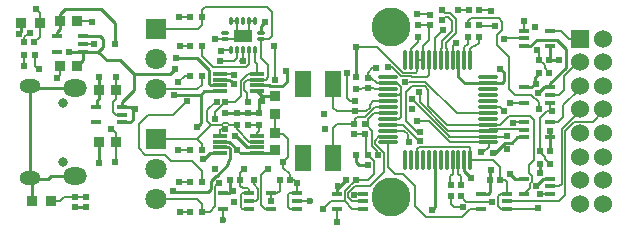
<source format=gbl>
%FSLAX44Y44*%
%MOMM*%
G71*
G01*
G75*
G04 Layer_Physical_Order=4*
G04 Layer_Color=16711680*
%ADD10R,1.3000X0.4500*%
%ADD11R,2.7940X0.7366*%
%ADD12R,0.5000X0.2000*%
%ADD13R,0.7620X0.7620*%
%ADD14R,0.3000X0.3000*%
%ADD15R,0.7620X0.7620*%
%ADD16R,0.6200X0.5700*%
%ADD17C,0.1500*%
%ADD18C,0.2540*%
%ADD19R,1.5240X1.5240*%
%ADD20C,1.5240*%
%ADD21C,0.8000*%
%ADD22O,1.8000X1.1500*%
%ADD23O,2.0000X1.4500*%
%ADD24R,1.8000X1.8000*%
%ADD25C,1.8000*%
%ADD26C,0.6100*%
%ADD27C,0.6000*%
%ADD28R,0.5700X0.6200*%
%ADD29R,0.6000X0.5500*%
%ADD30R,1.4000X2.2000*%
%ADD31O,1.7500X0.3500*%
%ADD32O,0.3500X1.7500*%
%ADD33R,0.8500X0.3500*%
%ADD34R,0.9500X0.9500*%
%ADD35R,0.5500X0.6000*%
%ADD36R,0.9700X0.9600*%
%ADD37R,0.9500X0.9500*%
%ADD38R,1.2500X0.3000*%
%ADD39O,0.3000X0.8000*%
%ADD40O,0.8000X0.3000*%
%ADD41R,1.5000X1.0000*%
%ADD42C,3.3000*%
D16*
X1580250Y1217050D02*
D03*
Y1207450D02*
D03*
X1633000Y1261050D02*
D03*
Y1251450D02*
D03*
X1669480Y1125850D02*
D03*
Y1116250D02*
D03*
X1660730Y1125850D02*
D03*
Y1116250D02*
D03*
X1684750Y1251450D02*
D03*
Y1261050D02*
D03*
X1675250Y1251450D02*
D03*
Y1261050D02*
D03*
X1470000Y1186950D02*
D03*
Y1196550D02*
D03*
X1488833Y1186950D02*
D03*
Y1196550D02*
D03*
X1498250Y1186800D02*
D03*
Y1177200D02*
D03*
X1479417Y1186800D02*
D03*
Y1177200D02*
D03*
D17*
X1659950Y1271350D02*
X1665000Y1266300D01*
Y1255050D02*
Y1266300D01*
X1655900Y1271350D02*
X1659950D01*
X1653500Y1273750D02*
X1655900Y1271350D01*
X1656500Y1242061D02*
X1657250Y1241311D01*
X1656500Y1246550D02*
X1665000Y1255050D01*
X1657250Y1231750D02*
Y1241311D01*
X1656500Y1242061D02*
Y1246550D01*
X1658500Y1267850D02*
X1661500Y1264850D01*
Y1256500D02*
Y1264850D01*
X1655900Y1267850D02*
X1658500D01*
X1653500Y1265450D02*
X1655900Y1267850D01*
X1653000Y1242061D02*
Y1248000D01*
X1661500Y1256500D01*
X1652250Y1241311D02*
X1653000Y1242061D01*
X1652250Y1231750D02*
Y1241311D01*
X1425250Y1185000D02*
X1437250Y1197000D01*
X1411054Y1207202D02*
X1446202D01*
X1376500Y1145750D02*
X1377580Y1146830D01*
X1708500Y1119080D02*
Y1128250D01*
X1706450Y1130300D02*
X1708500Y1128250D01*
X1702240Y1130300D02*
X1706450D01*
X1733730Y1105730D02*
X1734500Y1106500D01*
X1708150Y1105730D02*
X1733730D01*
X1466250Y1173250D02*
X1470000D01*
X1465210Y1172210D02*
X1466250Y1173250D01*
X1465210Y1167750D02*
Y1172210D01*
X1473240Y1177180D02*
X1479397D01*
X1472100Y1178320D02*
X1473240Y1177180D01*
X1467900Y1178320D02*
X1472100D01*
X1466760Y1177180D02*
X1467900Y1178320D01*
X1457970Y1177180D02*
X1466760D01*
X1479417Y1173583D02*
X1490250Y1162750D01*
X1479417Y1173583D02*
Y1177200D01*
X1728167Y1127660D02*
X1728167D01*
X1727849Y1127342D02*
X1728167Y1127660D01*
X1727849Y1123199D02*
Y1127342D01*
X1729350Y1128843D02*
Y1134017D01*
X1728167Y1127660D02*
X1729350Y1128843D01*
X1723080Y1118430D02*
X1727849Y1123199D01*
X1663500Y1107250D02*
X1671000D01*
X1660730Y1110020D02*
X1663500Y1107250D01*
X1660730Y1110020D02*
Y1116250D01*
X1727250Y1136117D02*
Y1142750D01*
Y1136117D02*
X1729350Y1134017D01*
X1727250Y1142750D02*
X1731250Y1146750D01*
Y1181000D01*
X1727750Y1184500D02*
X1731250Y1181000D01*
X1745558Y1189058D02*
X1746585D01*
X1745500Y1189000D02*
X1745558Y1189058D01*
X1742250Y1189000D02*
X1745500D01*
X1728830Y1202500D02*
X1735250Y1196080D01*
Y1190750D02*
Y1196080D01*
X1715000Y1202500D02*
X1728830D01*
X1693000Y1173000D02*
X1722327D01*
X1692000Y1172000D02*
X1693000Y1173000D01*
X1708083Y1166833D02*
Y1167557D01*
X1708000Y1166750D02*
X1708083Y1166833D01*
X1692000Y1162000D02*
X1693000Y1161000D01*
Y1158500D02*
Y1161000D01*
X1688000Y1153500D02*
X1693000Y1158500D01*
X1686500Y1153500D02*
X1688000D01*
X1756750Y1218500D02*
X1768250Y1230000D01*
X1756750Y1206750D02*
Y1218500D01*
X1752213Y1202213D02*
X1756750Y1206750D01*
X1745080Y1202213D02*
X1752213D01*
X1756000Y1193550D02*
X1770000Y1207551D01*
X1756000Y1183500D02*
Y1193550D01*
X1770000Y1207551D02*
Y1210000D01*
X1735830Y1231780D02*
Y1238420D01*
X1733750Y1240500D02*
X1735830Y1238420D01*
X1710250Y1207250D02*
Y1234500D01*
Y1207250D02*
X1715000Y1202500D01*
X1700250Y1244500D02*
X1710250Y1234500D01*
X1700250Y1244500D02*
Y1253250D01*
X1696250Y1147250D02*
X1702240Y1141260D01*
X1677250Y1147250D02*
X1696250D01*
X1640000Y1099000D02*
X1670250D01*
X1630500Y1108500D02*
X1640000Y1099000D01*
X1670250D02*
X1676980Y1105730D01*
X1490250Y1162750D02*
X1496790D01*
X1479397Y1177180D02*
X1479417Y1177200D01*
X1457950D02*
X1457970Y1177180D01*
X1461000Y1182250D02*
Y1187550D01*
X1470000Y1196550D01*
X1445750Y1165000D02*
X1457625Y1176875D01*
X1454500Y1180000D02*
X1457625Y1176875D01*
X1454500Y1180000D02*
Y1189237D01*
X1462571Y1197308D01*
X1485750Y1206250D02*
X1488520Y1203480D01*
Y1196863D02*
Y1203480D01*
X1489250Y1220250D02*
X1496790D01*
X1482750Y1213750D02*
X1489250Y1220250D01*
X1482750Y1201250D02*
Y1213750D01*
X1488250Y1215250D02*
X1496790D01*
X1485750Y1212750D02*
X1488250Y1215250D01*
X1485750Y1206250D02*
Y1212750D01*
X1487250Y1225500D02*
X1490000Y1228250D01*
X1459750Y1225500D02*
X1487250D01*
X1497000Y1220460D02*
Y1228500D01*
X1480000Y1233750D02*
Y1240000D01*
X1477250Y1231000D02*
X1480000Y1233750D01*
X1496790Y1220250D02*
X1497000Y1220460D01*
X1495000Y1230500D02*
X1497000Y1228500D01*
X1404250Y1185000D02*
X1425250D01*
X1396500Y1177250D02*
X1404250Y1185000D01*
X1377500Y1217500D02*
X1377580Y1217420D01*
X1430070Y1213059D02*
X1435511Y1218500D01*
X1440200D01*
X1449800Y1235450D02*
X1459750Y1225500D01*
X1449800Y1235450D02*
Y1243500D01*
X1508350Y1112900D02*
X1508500Y1112750D01*
X1508350Y1112900D02*
Y1118870D01*
X1500500Y1109000D02*
Y1134500D01*
X1497500Y1114250D02*
Y1123000D01*
X1598250Y1151000D02*
Y1155001D01*
X1622930Y1180320D02*
Y1204930D01*
Y1180320D02*
X1632000Y1171250D01*
X1622930Y1204930D02*
X1627820Y1209820D01*
X1638680D02*
X1641730Y1206770D01*
X1627820Y1209820D02*
X1638680D01*
X1625000Y1213500D02*
X1639250D01*
X1641730Y1192993D02*
Y1206770D01*
X1639250Y1213500D02*
X1665750Y1187000D01*
X1590750Y1177250D02*
Y1181750D01*
X1604000Y1137000D02*
Y1153170D01*
X1600850Y1156320D02*
X1604000Y1153170D01*
X1596730Y1160439D02*
X1600849Y1156320D01*
X1600850D01*
X1598500Y1151000D02*
X1598750Y1151250D01*
X1598250Y1151000D02*
X1598500D01*
X1600418Y1167250D02*
X1607250D01*
X1596730Y1163562D02*
X1600418Y1167250D01*
X1593960Y1159291D02*
X1598250Y1155001D01*
X1593960Y1159291D02*
Y1171897D01*
X1588607Y1177250D02*
X1593960Y1171897D01*
X1596730Y1160439D02*
Y1163562D01*
X1588500Y1177250D02*
X1588607D01*
X1590300Y1151700D02*
X1595750Y1146250D01*
Y1135250D02*
Y1146250D01*
X1590800Y1130300D02*
X1595750Y1135250D01*
X1590300Y1151700D02*
Y1151750D01*
X1552750Y1105500D02*
X1559340Y1112090D01*
X1570910D01*
X1590750Y1181750D02*
X1596000Y1187000D01*
X1580000Y1168750D02*
X1589000D01*
Y1153050D02*
Y1168750D01*
Y1153050D02*
X1590300Y1151750D01*
X1633520Y1158020D02*
X1676230D01*
X1632250Y1156750D02*
X1633520Y1158020D01*
X1632000Y1171250D02*
X1634500D01*
X1618622Y1218210D02*
X1627290D01*
X1611332Y1225500D02*
X1618622Y1218210D01*
X1620270Y1220980D02*
X1630980D01*
X1598250Y1243000D02*
X1620270Y1220980D01*
X1580000Y1168750D02*
X1580000Y1168750D01*
X1564250Y1177250D02*
X1580000D01*
X1581750Y1183250D02*
X1588250D01*
X1580000Y1181500D02*
X1581750Y1183250D01*
X1580000Y1177250D02*
Y1181500D01*
X1642750Y1249000D02*
Y1261000D01*
X1637250Y1243500D02*
X1642750Y1249000D01*
X1637250Y1231750D02*
Y1243500D01*
X1632250Y1222250D02*
Y1231750D01*
X1630980Y1220980D02*
X1632250Y1222250D01*
X1580500Y1243000D02*
X1598250D01*
X1627290Y1218210D02*
X1627750Y1217750D01*
X1640500D01*
X1642250Y1219500D01*
Y1270500D02*
X1643000Y1269750D01*
X1631750Y1270500D02*
X1642250D01*
X1594250Y1224750D02*
X1597750D01*
X1590500Y1221000D02*
X1594250Y1224750D01*
X1590500Y1216750D02*
Y1221000D01*
X1478050Y1196550D02*
X1482750Y1201250D01*
X1760500Y1250000D02*
X1770000D01*
X1754250Y1256250D02*
X1760500Y1250000D01*
X1744860Y1256250D02*
X1754250D01*
X1744580Y1256530D02*
X1744860Y1256250D01*
X1768250Y1230000D02*
X1770000D01*
X1745080Y1124930D02*
X1752430D01*
X1754730Y1127230D01*
X1757500Y1117750D02*
Y1171750D01*
X1765390Y1179640D01*
X1754730Y1127230D02*
Y1173313D01*
X1770000Y1188583D02*
Y1190000D01*
X1754730Y1173313D02*
X1770000Y1188583D01*
X1744580Y1179247D02*
X1751747D01*
X1756000Y1183500D01*
X1781110Y1179640D02*
X1781250Y1179500D01*
X1790000Y1188250D01*
Y1190000D01*
X1765390Y1179640D02*
X1781110D01*
X1564500Y1094750D02*
Y1105460D01*
X1564230Y1105730D02*
X1564500Y1105460D01*
X1530480Y1112500D02*
X1541750D01*
X1530350Y1112370D02*
X1530480Y1112500D01*
X1467750Y1096500D02*
Y1105830D01*
X1467710Y1105870D02*
X1467750Y1105830D01*
X1722327Y1173000D02*
X1722580Y1172747D01*
X1751980Y1112230D02*
X1757500Y1117750D01*
X1708150Y1112230D02*
X1751980D01*
X1692000Y1167000D02*
X1707500D01*
X1707750Y1166750D01*
X1708000D01*
X1711000Y1195750D02*
X1723043D01*
X1723080Y1195713D01*
X1607250Y1167250D02*
X1607500Y1167000D01*
X1500500Y1134500D02*
X1505500Y1139500D01*
X1506250D01*
X1500500Y1109000D02*
X1503630Y1105870D01*
X1508350D01*
X1493750Y1126750D02*
Y1130250D01*
X1489710Y1112370D02*
X1495620D01*
X1497500Y1114250D01*
X1493750Y1126750D02*
X1497500Y1123000D01*
X1624750Y1162500D02*
X1625250Y1162000D01*
X1607500Y1177000D02*
X1620500D01*
X1634250Y1162000D02*
Y1163250D01*
X1607500Y1172000D02*
X1621583D01*
X1624750Y1162500D02*
Y1168833D01*
X1621583Y1172000D02*
X1624750Y1168833D01*
X1672250Y1231750D02*
Y1242500D01*
X1627250Y1231750D02*
Y1241250D01*
X1633000Y1247000D01*
Y1251200D01*
X1632250Y1231750D02*
X1637250D01*
X1596250Y1207000D02*
X1607500D01*
X1595000Y1208250D02*
X1596250Y1207000D01*
X1590500Y1208250D02*
X1595000D01*
X1590500Y1208250D02*
X1590500Y1208250D01*
X1586000Y1208250D02*
X1590500D01*
X1584750Y1207000D02*
X1586000Y1208250D01*
X1580700Y1207000D02*
X1584750D01*
X1580250Y1207450D02*
X1580700Y1207000D01*
X1595250Y1197000D02*
X1607500D01*
X1592000Y1193750D02*
X1595250Y1197000D01*
X1592000Y1191000D02*
Y1193750D01*
X1589250Y1188250D02*
X1592000Y1191000D01*
X1580000Y1188250D02*
X1589250D01*
X1597000Y1192000D02*
X1607500D01*
X1588250Y1183250D02*
X1597000Y1192000D01*
X1596000Y1187000D02*
X1607500D01*
X1564250Y1188250D02*
X1580000D01*
X1561000Y1191500D02*
X1564250Y1188250D01*
X1561000Y1191500D02*
Y1211750D01*
Y1148750D02*
Y1174000D01*
X1564250Y1177250D01*
X1607500Y1141000D02*
Y1162000D01*
X1620500Y1177000D02*
X1634250Y1163250D01*
X1677250Y1231750D02*
Y1241500D01*
X1679250Y1243500D01*
X1681500D01*
X1684250Y1246250D01*
Y1250950D01*
X1684750Y1251450D01*
X1672250Y1242500D02*
X1675250Y1245500D01*
Y1251450D01*
X1647250Y1231750D02*
X1647770Y1232270D01*
Y1250770D02*
X1654500Y1257500D01*
X1647770Y1232270D02*
Y1250770D01*
X1642750Y1261000D02*
X1643000Y1261250D01*
X1633200D02*
X1643000D01*
X1633000Y1261050D02*
X1633200Y1261250D01*
X1662250Y1231750D02*
Y1243980D01*
X1664831Y1246561D01*
X1498250Y1171750D02*
Y1177200D01*
X1496790Y1170290D02*
X1498250Y1171750D01*
X1496790Y1167750D02*
Y1170290D01*
X1488520Y1196863D02*
X1488833Y1196550D01*
X1642250Y1219500D02*
Y1231750D01*
X1607750Y1225500D02*
X1611332D01*
X1607500Y1225750D02*
X1607750Y1225500D01*
X1488750Y1176500D02*
X1489450Y1177200D01*
X1498250D01*
X1660500Y1126080D02*
X1660730Y1125850D01*
X1667250Y1135500D02*
Y1147250D01*
Y1135500D02*
X1669480Y1133270D01*
Y1125850D02*
Y1133270D01*
X1660500Y1126080D02*
Y1133750D01*
X1662250Y1135500D01*
Y1147250D01*
X1695000Y1112000D02*
X1695250Y1111750D01*
X1669480Y1116250D02*
X1673730Y1112000D01*
X1695000D01*
X1676980Y1105730D02*
X1686150D01*
X1684800Y1261000D02*
X1698250D01*
X1684750Y1261050D02*
X1684800Y1261000D01*
X1666500Y1274000D02*
X1676250D01*
X1676250Y1274000D01*
X1684750D02*
X1694500D01*
X1695000Y1273500D01*
X1706000Y1249750D02*
X1706280Y1250030D01*
X1722580D01*
X1675250Y1261050D02*
Y1264750D01*
X1677750Y1267250D01*
X1701500D01*
X1704500Y1257500D02*
Y1264250D01*
X1701500Y1267250D02*
X1704500Y1264250D01*
X1700250Y1253250D02*
X1704500Y1257500D01*
X1449800Y1103500D02*
X1456750D01*
X1461250Y1108000D01*
Y1125000D01*
X1464250Y1128000D01*
X1464500D01*
X1432000Y1103500D02*
X1440200D01*
X1431500Y1103000D02*
X1432000Y1103500D01*
X1430750Y1128750D02*
X1440200D01*
X1429750Y1155250D02*
X1439700D01*
X1440200Y1155750D01*
X1431250Y1243500D02*
X1440200D01*
X1430750Y1268250D02*
X1440200D01*
X1430500Y1268500D02*
X1430750Y1268250D01*
X1449800Y1261300D02*
Y1268250D01*
X1446500Y1258000D02*
X1449800Y1261300D01*
X1411056Y1258000D02*
X1446500D01*
X1411054Y1258002D02*
X1411056Y1258000D01*
X1449800Y1155750D02*
Y1160950D01*
X1445750Y1165000D02*
X1449800Y1160950D01*
X1411054Y1165000D02*
X1445750D01*
X1411054Y1114200D02*
X1445550D01*
X1449800Y1109950D01*
Y1103500D02*
Y1109950D01*
X1500000Y1233250D02*
Y1250000D01*
X1496790Y1215250D02*
X1504250D01*
X1506000Y1217000D01*
Y1227250D01*
X1500000Y1233250D02*
X1506000Y1227250D01*
X1500000Y1250000D02*
X1507250D01*
X1509750Y1252500D01*
X1449800Y1273800D02*
X1453000Y1277000D01*
X1449800Y1268250D02*
Y1273800D01*
X1453000Y1277000D02*
X1505000D01*
X1509750Y1272250D01*
Y1252500D02*
Y1272250D01*
X1495000Y1230500D02*
Y1240000D01*
X1449800Y1243500D02*
X1450050Y1243250D01*
X1449800Y1128750D02*
Y1137700D01*
X1441250Y1146250D02*
X1449800Y1137700D01*
X1424000Y1146250D02*
X1441250D01*
X1418500Y1151750D02*
X1424000Y1146250D01*
X1396500Y1157250D02*
X1402000Y1151750D01*
X1396500Y1157250D02*
Y1177250D01*
X1446202Y1207202D02*
X1449800Y1210800D01*
Y1218500D01*
X1470000Y1196550D02*
X1478050D01*
X1402000Y1151750D02*
X1418500D01*
X1490000Y1228250D02*
Y1240000D01*
X1466750D02*
X1475000D01*
X1466000Y1239250D02*
X1466750Y1240000D01*
X1485000Y1233750D02*
Y1240000D01*
X1482250Y1231000D02*
X1485000Y1233750D01*
X1465500Y1231000D02*
X1477250D01*
X1462571Y1196558D02*
Y1197308D01*
X1313150Y1263500D02*
Y1271850D01*
X1310000Y1275000D02*
X1313150Y1271850D01*
X1344500Y1264500D02*
X1356500D01*
X1356750Y1264250D01*
X1299490Y1235710D02*
X1299750Y1235970D01*
X1299490Y1226760D02*
Y1235710D01*
Y1226760D02*
X1299500Y1226750D01*
X1330000Y1219500D02*
Y1227000D01*
X1327000Y1216500D02*
X1330000Y1219500D01*
X1377500Y1185500D02*
X1382500D01*
X1375000Y1188000D02*
X1377500Y1185500D01*
X1375000Y1188000D02*
Y1196500D01*
X1377580Y1199080D01*
Y1206500D01*
Y1217420D01*
X1470000Y1250000D02*
X1482500D01*
X1485000Y1252500D01*
X1490000Y1265000D02*
X1495000D01*
X1475000D02*
X1480000D01*
X1490000Y1257500D02*
Y1265000D01*
X1485000Y1252500D02*
X1490000Y1257500D01*
X1480000Y1257500D02*
Y1265000D01*
Y1257500D02*
X1485000Y1252500D01*
X1461000Y1250000D02*
X1470000D01*
X1460750Y1249750D02*
X1461000Y1250000D01*
X1465210Y1220250D02*
X1476250D01*
X1477250Y1219250D01*
X1511750Y1169750D02*
Y1186500D01*
Y1169750D02*
X1512250Y1169250D01*
X1518500D01*
X1522750Y1165000D01*
Y1149500D02*
Y1165000D01*
X1519000Y1145750D02*
X1522750Y1149500D01*
X1519000Y1145250D02*
Y1145750D01*
X1524440Y1130300D02*
X1527950D01*
X1530350Y1127900D01*
Y1118870D02*
Y1127900D01*
X1524120Y1118870D02*
X1530350D01*
X1524380Y1105870D02*
X1530350D01*
X1523000Y1107250D02*
X1524380Y1105870D01*
X1523000Y1107250D02*
Y1117750D01*
X1524120Y1118870D01*
X1515940Y1121190D02*
Y1130300D01*
X1513750Y1119000D02*
X1515940Y1121190D01*
X1508480Y1119000D02*
X1513750D01*
X1508350Y1118870D02*
X1508480Y1119000D01*
X1519000Y1140500D02*
Y1145250D01*
Y1140500D02*
X1524440Y1135060D01*
Y1130300D02*
Y1135060D01*
X1484370Y1118870D02*
X1489710D01*
X1483000Y1117500D02*
X1484370Y1118870D01*
X1484120Y1105870D02*
X1489710D01*
X1483000Y1107000D02*
Y1117500D01*
Y1107000D02*
X1484125Y1105875D01*
X1484120Y1105870D02*
X1484125Y1105875D01*
X1489710Y1118870D02*
Y1122290D01*
X1488500Y1123500D02*
X1489710Y1122290D01*
X1484500Y1123500D02*
X1488500D01*
X1482530Y1125470D02*
Y1130300D01*
Y1125470D02*
X1484500Y1123500D01*
X1482530Y1130300D02*
Y1136030D01*
X1485750Y1139250D01*
X1377580Y1146830D02*
Y1162090D01*
X1373000Y1173750D02*
X1374000D01*
X1377580Y1170170D01*
Y1162090D02*
Y1170170D01*
X1322150Y1112750D02*
X1329750D01*
X1333000Y1116000D01*
X1342500D01*
X1308250Y1246750D02*
X1313150Y1251650D01*
Y1263500D01*
X1358750Y1245500D02*
X1359000Y1245250D01*
X1349250Y1245500D02*
X1358750D01*
X1299750Y1246750D02*
Y1251000D01*
X1303250Y1254500D01*
X1304750D01*
X1309090Y1226660D02*
Y1235710D01*
Y1226660D02*
X1311500Y1224250D01*
X1312500D01*
X1512000Y1215000D02*
Y1242750D01*
X1511250Y1243500D02*
X1512000Y1242750D01*
X1722580Y1256530D02*
Y1264420D01*
X1722500Y1264500D02*
X1722580Y1264420D01*
X1745080Y1189420D02*
Y1195713D01*
Y1189420D02*
X1745500Y1189000D01*
X1692000Y1177000D02*
X1702250D01*
X1709750Y1184500D01*
X1714247Y1179247D02*
X1722580D01*
X1713250Y1178250D02*
X1714247Y1179247D01*
X1736430Y1118430D02*
X1745080D01*
X1736000Y1118000D02*
X1736430Y1118430D01*
X1708150Y1118730D02*
X1708500Y1119080D01*
X1702980Y1118730D02*
X1708150D01*
X1701000Y1116750D02*
X1702980Y1118730D01*
X1703520Y1105730D02*
X1708150D01*
X1701000Y1108250D02*
X1703520Y1105730D01*
X1701000Y1108250D02*
Y1116750D01*
X1702240Y1130300D02*
Y1141260D01*
X1630500Y1108500D02*
Y1125000D01*
X1607500Y1141000D02*
X1613250Y1135250D01*
X1620250D01*
X1630500Y1125000D01*
X1736330Y1154170D02*
Y1154580D01*
X1744830Y1143430D02*
Y1143537D01*
X1740750Y1147617D02*
X1744830Y1143537D01*
X1740750Y1147617D02*
Y1149750D01*
X1736330Y1154170D02*
X1740750Y1149750D01*
X1735830Y1231670D02*
Y1231780D01*
X1744330Y1220630D02*
Y1220737D01*
X1740250Y1224817D02*
X1744330Y1220737D01*
X1740250Y1224817D02*
Y1227250D01*
X1735830Y1231670D02*
X1740250Y1227250D01*
X1736330Y1154580D02*
Y1183080D01*
X1742250Y1189000D01*
X1676230Y1158020D02*
X1677250Y1157000D01*
Y1147250D02*
Y1157000D01*
X1632250Y1147250D02*
Y1156750D01*
X1572827Y1221060D02*
X1573687Y1221920D01*
X1598000Y1212000D02*
X1607500D01*
X1593250Y1216750D02*
X1598000Y1212000D01*
X1590500Y1216750D02*
X1593250D01*
X1607500Y1212000D02*
X1615500D01*
X1618270Y1209230D01*
X1616750Y1182000D02*
X1618270Y1183520D01*
X1607500Y1182000D02*
X1616750D01*
X1607500Y1182000D02*
X1607500Y1182000D01*
X1607500Y1202000D02*
X1616750D01*
X1618270Y1203520D01*
X1580320Y1130300D02*
X1590800D01*
X1580320Y1130193D02*
Y1130300D01*
X1577270Y1105730D02*
X1586230D01*
X1592280Y1125280D02*
X1604000Y1137000D01*
X1575363Y1125280D02*
X1575407D01*
X1576590Y1126463D01*
Y1126507D01*
X1576853Y1126770D01*
X1576897D01*
X1580320Y1130193D01*
X1579980Y1118730D02*
X1586230D01*
X1578750Y1117500D02*
X1579980Y1118730D01*
X1573680Y1115400D02*
Y1119600D01*
X1570910Y1112090D02*
Y1120827D01*
X1573680Y1115400D02*
X1576850Y1112230D01*
X1573680Y1119600D02*
X1579360Y1125280D01*
X1576850Y1112230D02*
X1586230D01*
X1579360Y1125280D02*
X1592280D01*
X1570910Y1112090D02*
X1577270Y1105730D01*
X1570910Y1120827D02*
X1575363Y1125280D01*
X1342500Y1116000D02*
X1352000D01*
X1352000Y1116000D01*
X1692000Y1192000D02*
X1702250D01*
X1705500Y1188750D01*
X1634250Y1204750D02*
X1634750Y1204250D01*
X1618270Y1183520D02*
Y1203520D01*
Y1209230D01*
X1634750Y1196055D02*
Y1204250D01*
X1665750Y1187000D02*
X1692000D01*
X1641730Y1192993D02*
X1657723Y1177000D01*
X1692000D01*
X1634750Y1196055D02*
X1658805Y1172000D01*
X1692000D01*
X1628079Y1198809D02*
X1659415Y1167473D01*
X1632250Y1180250D02*
X1642250D01*
X1660500Y1162000D01*
X1692000D01*
X1659415Y1167002D02*
Y1167473D01*
Y1167002D02*
X1659417Y1167000D01*
X1692000D01*
X1572827Y1199423D02*
Y1221060D01*
Y1199423D02*
X1575500Y1196750D01*
X1580000D01*
X1709750Y1184500D02*
X1727750D01*
D18*
X1427601Y1202590D02*
X1449590D01*
X1426820Y1201809D02*
X1427601Y1202590D01*
X1474160Y1148160D02*
Y1156340D01*
X1472750Y1157750D02*
X1474160Y1156340D01*
X1465210Y1157750D02*
X1472750D01*
X1473138Y1162750D02*
X1479750Y1156138D01*
X1465210Y1162750D02*
X1473138D01*
X1478750Y1167250D02*
X1488250Y1157750D01*
X1477750Y1167250D02*
X1478750D01*
X1465210Y1162750D02*
X1465210Y1162750D01*
X1462496Y1133590D02*
X1472500Y1143595D01*
Y1146500D01*
X1474160Y1148160D01*
X1750500Y1249000D02*
X1758500Y1241000D01*
Y1225458D02*
Y1241000D01*
X1745080Y1212038D02*
X1758500Y1225458D01*
X1750780Y1231780D02*
X1751000Y1232000D01*
X1744330Y1231780D02*
X1750780D01*
X1733500Y1249000D02*
X1750500D01*
X1728030Y1243530D02*
X1733500Y1249000D01*
X1722580Y1243530D02*
X1728030D01*
X1580700Y1145300D02*
Y1151750D01*
Y1145300D02*
X1583250Y1142750D01*
X1590500D01*
X1736306Y1136555D02*
X1736330Y1136580D01*
X1733047Y1125370D02*
X1738642Y1130965D01*
X1744615D01*
X1745080Y1131430D01*
X1736306Y1136555D02*
X1736335D01*
X1731750Y1211500D02*
Y1216550D01*
X1734750Y1203750D02*
X1739713Y1208713D01*
X1745080D01*
X1697845Y1153250D02*
X1706435Y1161840D01*
X1696250Y1153250D02*
X1697845D01*
X1711065Y1161840D02*
X1711156Y1161750D01*
X1712750D01*
X1706435Y1161840D02*
X1711065D01*
X1712750Y1161750D02*
X1717247Y1166247D01*
X1722580D01*
X1744580Y1232030D02*
Y1243530D01*
X1745080Y1208713D02*
Y1212038D01*
X1744330Y1231780D02*
X1744580Y1232030D01*
Y1171830D02*
X1744750Y1172000D01*
X1744580Y1166247D02*
Y1171830D01*
X1702500Y1224250D02*
X1705500Y1221250D01*
Y1213750D02*
Y1221250D01*
X1703750Y1212000D02*
X1705500Y1213750D01*
X1692000Y1212000D02*
X1703750D01*
X1672750D02*
X1692000D01*
X1667250Y1217500D02*
X1672750Y1212000D01*
X1667250Y1217500D02*
Y1231750D01*
X1507500Y1209410D02*
X1517910D01*
X1506660Y1210250D02*
X1507500Y1209410D01*
X1496790Y1210250D02*
X1506660D01*
X1521500Y1222750D02*
X1522000Y1222250D01*
Y1213500D02*
Y1222250D01*
X1517910Y1209410D02*
X1522000Y1213500D01*
X1564230Y1122710D02*
X1571820Y1130300D01*
X1672250Y1137500D02*
X1677500Y1132250D01*
X1672250Y1137500D02*
Y1147250D01*
X1645000Y1104750D02*
X1647250Y1107000D01*
Y1147250D01*
X1564230Y1118730D02*
Y1122710D01*
X1474030Y1120280D02*
Y1130300D01*
X1426000Y1120750D02*
X1426500Y1120250D01*
X1455500D01*
X1462185Y1133590D02*
X1462496D01*
X1457960Y1122710D02*
Y1129365D01*
X1462185Y1133590D01*
X1455500Y1120250D02*
X1457960Y1122710D01*
X1479750Y1155250D02*
Y1156138D01*
X1488250Y1157750D02*
X1496790D01*
X1472620Y1118870D02*
X1474030Y1120280D01*
X1467710Y1118870D02*
X1472620D01*
X1498000Y1197960D02*
X1501040Y1201000D01*
X1498000Y1187050D02*
Y1197960D01*
X1452250Y1205250D02*
X1465210D01*
X1449590Y1202590D02*
X1452250Y1205250D01*
X1334500Y1275000D02*
X1364750D01*
X1376250Y1263500D01*
Y1245000D02*
Y1263500D01*
X1446000Y1175000D02*
X1449590Y1178590D01*
Y1202590D01*
X1451321Y1147806D02*
X1451556D01*
X1456500Y1152750D01*
X1465210D01*
X1501040Y1201000D02*
X1511750D01*
X1330000Y1270500D02*
X1334500Y1275000D01*
X1330000Y1264500D02*
Y1270500D01*
X1693740Y1137740D02*
X1694750Y1138750D01*
X1693740Y1130300D02*
Y1137740D01*
X1711250Y1135250D02*
X1715070Y1131430D01*
X1723080D01*
X1736330Y1136580D02*
Y1143430D01*
X1686150Y1118730D02*
X1686380Y1118500D01*
X1692250D01*
X1693740Y1119990D01*
Y1130300D01*
X1382500Y1196000D02*
X1392750Y1206250D01*
Y1220000D01*
X1380750Y1232000D02*
X1392750Y1220000D01*
X1369500Y1232000D02*
X1380750D01*
X1362500Y1239000D02*
X1369500Y1232000D01*
X1392750Y1220000D02*
X1423010D01*
X1382500Y1192000D02*
Y1196000D01*
X1366250Y1242750D02*
Y1249250D01*
X1363500Y1252000D02*
X1366250Y1249250D01*
X1349250Y1252000D02*
X1363500D01*
X1362500Y1239000D02*
X1366250Y1242750D01*
X1423010Y1220000D02*
X1427320Y1224310D01*
X1428250Y1233500D02*
X1445750D01*
X1456000Y1223250D01*
Y1211750D02*
Y1223250D01*
Y1211750D02*
X1457500Y1210250D01*
X1465210D01*
X1363080Y1216830D02*
X1363250Y1217000D01*
X1363080Y1206500D02*
Y1216830D01*
X1363000Y1144500D02*
X1363080Y1144580D01*
Y1162090D01*
X1360500Y1192000D02*
X1361000Y1192500D01*
Y1197500D01*
X1363080Y1199580D01*
Y1206500D01*
X1500000Y1260250D02*
X1503500Y1263750D01*
X1500000Y1255000D02*
Y1260250D01*
X1580250Y1242750D02*
X1580500Y1243000D01*
X1580250Y1217050D02*
Y1242750D01*
X1475090Y1213660D02*
X1477500Y1211250D01*
X1474935Y1213660D02*
X1475090D01*
X1473345Y1215250D02*
X1474935Y1213660D01*
X1465210Y1215250D02*
X1473345D01*
X1482250Y1152750D02*
X1496790D01*
X1509250D02*
X1511750Y1155250D01*
X1496790Y1152750D02*
X1509250D01*
X1352250Y1107500D02*
X1352250Y1107500D01*
X1342500Y1107500D02*
X1352250D01*
X1392750Y1190250D02*
X1393000Y1190500D01*
X1391500Y1190250D02*
X1392750D01*
X1382500Y1192000D02*
X1382500Y1192000D01*
X1389750D01*
X1391500Y1190250D01*
Y1181000D02*
Y1190250D01*
X1389500Y1179000D02*
X1391500Y1181000D01*
X1382500Y1179000D02*
X1389500D01*
X1294750Y1253750D02*
X1296850Y1255850D01*
X1349250Y1231750D02*
Y1239000D01*
X1344500Y1227000D02*
X1349250Y1231750D01*
X1496790Y1205250D02*
X1501040Y1201000D01*
X1498000Y1187050D02*
X1498250Y1186800D01*
X1470000Y1186950D02*
X1470150Y1186800D01*
X1479417D01*
X1305850Y1112750D02*
Y1130940D01*
X1322640Y1133390D02*
X1342900D01*
X1320000Y1130750D02*
X1322640Y1133390D01*
X1306040Y1130750D02*
X1320000D01*
X1304900Y1131890D02*
X1305850Y1130940D01*
X1306040Y1130750D01*
X1306400Y1207890D02*
X1342900D01*
X1304900Y1209390D02*
X1306400Y1207890D01*
X1296850Y1255850D02*
Y1263500D01*
X1294750Y1253750D02*
X1294752D01*
X1294813Y1253811D01*
X1337500Y1239000D02*
X1349250D01*
X1362500D01*
X1327250Y1252000D02*
Y1255500D01*
X1330000Y1258250D01*
Y1264500D01*
X1479417Y1186800D02*
X1498250D01*
X1304900Y1131890D02*
Y1209390D01*
X1731750Y1216550D02*
X1735830Y1220630D01*
X1728963Y1208713D02*
X1731750Y1211500D01*
X1723080Y1208713D02*
X1728963D01*
X1744580Y1154830D02*
Y1166247D01*
Y1154830D02*
X1744830Y1154580D01*
D19*
X1770000Y1250000D02*
D03*
D20*
X1790000D02*
D03*
X1770000Y1230000D02*
D03*
X1790000D02*
D03*
X1770000Y1210000D02*
D03*
X1790000D02*
D03*
X1770000Y1190000D02*
D03*
X1790000D02*
D03*
X1770000Y1170000D02*
D03*
X1790000D02*
D03*
X1770000Y1150000D02*
D03*
X1790000D02*
D03*
X1770000Y1130000D02*
D03*
X1790000D02*
D03*
X1770000Y1110000D02*
D03*
X1790000D02*
D03*
D21*
X1332400Y1145640D02*
D03*
Y1195640D02*
D03*
D22*
X1304900Y1131890D02*
D03*
Y1209390D02*
D03*
D23*
X1342900Y1133390D02*
D03*
Y1207890D02*
D03*
D24*
X1411054Y1165000D02*
D03*
Y1258002D02*
D03*
D25*
Y1139600D02*
D03*
Y1114200D02*
D03*
Y1232602D02*
D03*
Y1207202D02*
D03*
D26*
X1653500Y1273750D02*
D03*
Y1265450D02*
D03*
X1437250Y1197000D02*
D03*
X1426820Y1201809D02*
D03*
X1430070Y1213059D02*
D03*
X1427320Y1224310D02*
D03*
X1462571Y1196558D02*
D03*
X1373000Y1173750D02*
D03*
X1734500Y1106500D02*
D03*
X1470000Y1173250D02*
D03*
X1477750Y1167250D02*
D03*
X1752000Y1232000D02*
D03*
X1736335Y1136555D02*
D03*
X1733047Y1125370D02*
D03*
X1746585Y1189058D02*
D03*
X1735250Y1190750D02*
D03*
X1734750Y1203750D02*
D03*
X1708083Y1167557D02*
D03*
X1696250Y1153250D02*
D03*
X1733750Y1240500D02*
D03*
X1744750Y1172000D02*
D03*
X1702500Y1224250D02*
D03*
X1521500Y1222750D02*
D03*
X1694750Y1138750D02*
D03*
X1686500Y1153500D02*
D03*
X1677500Y1132250D02*
D03*
X1708750Y1156250D02*
D03*
X1645000Y1104750D02*
D03*
X1485750Y1139250D02*
D03*
X1476750Y1121250D02*
D03*
X1461000Y1182250D02*
D03*
X1451321Y1147806D02*
D03*
X1484500Y1231000D02*
D03*
X1446000Y1175000D02*
D03*
X1376250Y1245000D02*
D03*
X1711250Y1135250D02*
D03*
X1732750Y1211750D02*
D03*
X1377500Y1217500D02*
D03*
X1428250Y1233500D02*
D03*
X1426000Y1120750D02*
D03*
X1508500Y1112750D02*
D03*
X1477000Y1112000D02*
D03*
X1363250Y1217000D02*
D03*
X1363000Y1144500D02*
D03*
X1628079Y1198809D02*
D03*
X1634250Y1204750D02*
D03*
X1598750Y1151250D02*
D03*
X1552750Y1105500D02*
D03*
X1634830Y1163307D02*
D03*
X1632250Y1180250D02*
D03*
X1628000Y1190340D02*
D03*
X1634500Y1171250D02*
D03*
X1622079Y1213059D02*
D03*
X1654500Y1257500D02*
D03*
X1664831Y1246561D02*
D03*
X1503500Y1263750D02*
D03*
X1580500Y1243000D02*
D03*
X1597750Y1224750D02*
D03*
X1460750Y1139750D02*
D03*
X1479750Y1155250D02*
D03*
X1501250Y1196750D02*
D03*
X1477500Y1211250D02*
D03*
X1352250Y1107500D02*
D03*
X1393000Y1190500D02*
D03*
X1564500Y1094750D02*
D03*
X1706000Y1249750D02*
D03*
X1506250Y1139500D02*
D03*
X1493750Y1130250D02*
D03*
X1625250Y1162000D02*
D03*
X1590500Y1142750D02*
D03*
X1711000Y1195750D02*
D03*
X1666500Y1274000D02*
D03*
X1631750Y1270500D02*
D03*
X1695000Y1273500D02*
D03*
X1607500Y1225750D02*
D03*
X1488750Y1176500D02*
D03*
X1695250Y1111750D02*
D03*
X1671000Y1107250D02*
D03*
X1698250Y1261000D02*
D03*
X1464500Y1128000D02*
D03*
X1431500Y1103000D02*
D03*
X1430750Y1128750D02*
D03*
X1429750Y1155250D02*
D03*
X1431250Y1243500D02*
D03*
X1430500Y1268500D02*
D03*
X1466000Y1239250D02*
D03*
X1465500Y1231000D02*
D03*
X1511250Y1243500D02*
D03*
X1312500Y1224250D02*
D03*
X1310000Y1275000D02*
D03*
X1356750Y1264250D02*
D03*
X1299500Y1226750D02*
D03*
X1327000Y1216500D02*
D03*
X1460750Y1249750D02*
D03*
X1477250Y1219250D02*
D03*
X1519000Y1145250D02*
D03*
X1530350Y1127900D02*
D03*
X1376500Y1145750D02*
D03*
X1304750Y1254500D02*
D03*
X1294813Y1253811D02*
D03*
X1337500Y1239000D02*
D03*
X1359000Y1245250D02*
D03*
X1512000Y1215000D02*
D03*
X1722500Y1264500D02*
D03*
X1713250Y1178250D02*
D03*
X1736000Y1118000D02*
D03*
X1554250Y1173750D02*
D03*
X1553500Y1186250D02*
D03*
X1572827Y1221060D02*
D03*
X1578750Y1117500D02*
D03*
X1352000Y1116000D02*
D03*
X1705500Y1188750D02*
D03*
X1732500Y1259750D02*
D03*
D27*
X1565000Y1124750D02*
D03*
X1467750Y1096500D02*
D03*
X1541750Y1112500D02*
D03*
D28*
X1299490Y1235710D02*
D03*
X1309090D02*
D03*
X1590300Y1151750D02*
D03*
X1580700D02*
D03*
X1449800Y1155750D02*
D03*
X1440200D02*
D03*
X1449800Y1218500D02*
D03*
X1440200D02*
D03*
X1449800Y1268250D02*
D03*
X1440200D02*
D03*
X1449800Y1243500D02*
D03*
X1440200D02*
D03*
X1449800Y1103500D02*
D03*
X1440200D02*
D03*
X1449800Y1128750D02*
D03*
X1440200D02*
D03*
D29*
X1579250Y1168750D02*
D03*
Y1177250D02*
D03*
X1580000Y1196750D02*
D03*
Y1188250D02*
D03*
X1342500Y1116000D02*
D03*
Y1107500D02*
D03*
X1590500Y1208250D02*
D03*
Y1216750D02*
D03*
X1588500Y1168750D02*
D03*
Y1177250D02*
D03*
X1643000Y1269750D02*
D03*
Y1261250D02*
D03*
D30*
X1536000Y1211750D02*
D03*
Y1148750D02*
D03*
X1561000Y1211750D02*
D03*
Y1148750D02*
D03*
D31*
X1607500Y1217000D02*
D03*
Y1212000D02*
D03*
Y1207000D02*
D03*
Y1202000D02*
D03*
Y1197000D02*
D03*
Y1192000D02*
D03*
Y1187000D02*
D03*
Y1182000D02*
D03*
Y1177000D02*
D03*
Y1172000D02*
D03*
Y1167000D02*
D03*
Y1162000D02*
D03*
X1692000D02*
D03*
Y1167000D02*
D03*
Y1172000D02*
D03*
Y1177000D02*
D03*
Y1182000D02*
D03*
Y1187000D02*
D03*
Y1192000D02*
D03*
Y1197000D02*
D03*
Y1202000D02*
D03*
Y1207000D02*
D03*
Y1212000D02*
D03*
Y1217000D02*
D03*
D32*
X1622250Y1147250D02*
D03*
X1627250D02*
D03*
X1632250D02*
D03*
X1637250D02*
D03*
X1642250D02*
D03*
X1647250D02*
D03*
X1652250D02*
D03*
X1657250D02*
D03*
X1662250D02*
D03*
X1667250D02*
D03*
X1672250D02*
D03*
X1677250D02*
D03*
Y1231750D02*
D03*
X1672250D02*
D03*
X1667250D02*
D03*
X1662250D02*
D03*
X1647250D02*
D03*
X1642250D02*
D03*
X1637250D02*
D03*
X1632250D02*
D03*
X1627250D02*
D03*
X1622250D02*
D03*
X1657250D02*
D03*
X1652250D02*
D03*
D33*
X1708150Y1118730D02*
D03*
Y1112230D02*
D03*
Y1105730D02*
D03*
X1686150D02*
D03*
Y1118730D02*
D03*
X1382500Y1192000D02*
D03*
Y1185500D02*
D03*
Y1179000D02*
D03*
X1360500D02*
D03*
Y1192000D02*
D03*
X1349250Y1252000D02*
D03*
Y1245500D02*
D03*
Y1239000D02*
D03*
X1327250D02*
D03*
Y1252000D02*
D03*
X1745080Y1131430D02*
D03*
Y1124930D02*
D03*
Y1118430D02*
D03*
X1723080D02*
D03*
Y1131430D02*
D03*
X1722580Y1243530D02*
D03*
Y1250030D02*
D03*
Y1256530D02*
D03*
X1744580D02*
D03*
Y1243530D02*
D03*
X1722580Y1166247D02*
D03*
Y1172747D02*
D03*
Y1179247D02*
D03*
X1744580D02*
D03*
Y1166247D02*
D03*
X1530350Y1118870D02*
D03*
Y1112370D02*
D03*
Y1105870D02*
D03*
X1508350D02*
D03*
Y1118870D02*
D03*
X1489710D02*
D03*
Y1112370D02*
D03*
Y1105870D02*
D03*
X1467710D02*
D03*
Y1118870D02*
D03*
X1586230Y1118730D02*
D03*
Y1112230D02*
D03*
Y1105730D02*
D03*
X1564230D02*
D03*
Y1118730D02*
D03*
X1745080Y1208713D02*
D03*
Y1202213D02*
D03*
Y1195713D02*
D03*
X1723080D02*
D03*
Y1208713D02*
D03*
D34*
X1377580Y1162090D02*
D03*
X1363080D02*
D03*
X1377580Y1206500D02*
D03*
X1363080D02*
D03*
X1330000Y1227000D02*
D03*
X1344500D02*
D03*
Y1264500D02*
D03*
X1330000D02*
D03*
D35*
X1308250Y1246750D02*
D03*
X1299750D02*
D03*
X1676250Y1274000D02*
D03*
X1684750D02*
D03*
X1744830Y1143430D02*
D03*
X1736330D02*
D03*
X1474030Y1130300D02*
D03*
X1482530D02*
D03*
X1515940D02*
D03*
X1524440D02*
D03*
X1571820D02*
D03*
X1580320D02*
D03*
X1693740D02*
D03*
X1702240D02*
D03*
X1744330Y1231780D02*
D03*
X1735830D02*
D03*
X1744830Y1154580D02*
D03*
X1736330D02*
D03*
X1735830Y1220630D02*
D03*
X1744330D02*
D03*
D36*
X1296850Y1263500D02*
D03*
X1313150D02*
D03*
X1322150Y1112750D02*
D03*
X1305850D02*
D03*
D37*
X1511750Y1186500D02*
D03*
Y1201000D02*
D03*
Y1169750D02*
D03*
Y1155250D02*
D03*
D38*
X1496790Y1220250D02*
D03*
Y1215250D02*
D03*
Y1210250D02*
D03*
Y1205250D02*
D03*
X1465210Y1220250D02*
D03*
Y1215250D02*
D03*
Y1210250D02*
D03*
Y1205250D02*
D03*
X1496790Y1167750D02*
D03*
Y1162750D02*
D03*
Y1157750D02*
D03*
Y1152750D02*
D03*
X1465210Y1167750D02*
D03*
Y1162750D02*
D03*
Y1157750D02*
D03*
Y1152750D02*
D03*
D39*
X1495000Y1240000D02*
D03*
X1490000D02*
D03*
X1485000D02*
D03*
X1480000D02*
D03*
X1475000D02*
D03*
Y1265000D02*
D03*
X1480000D02*
D03*
X1485000D02*
D03*
X1490000D02*
D03*
X1495000D02*
D03*
D40*
X1470000Y1250000D02*
D03*
Y1255000D02*
D03*
X1500000D02*
D03*
Y1250000D02*
D03*
D41*
X1485000Y1252500D02*
D03*
D42*
X1610000Y1260000D02*
D03*
Y1115500D02*
D03*
M02*

</source>
